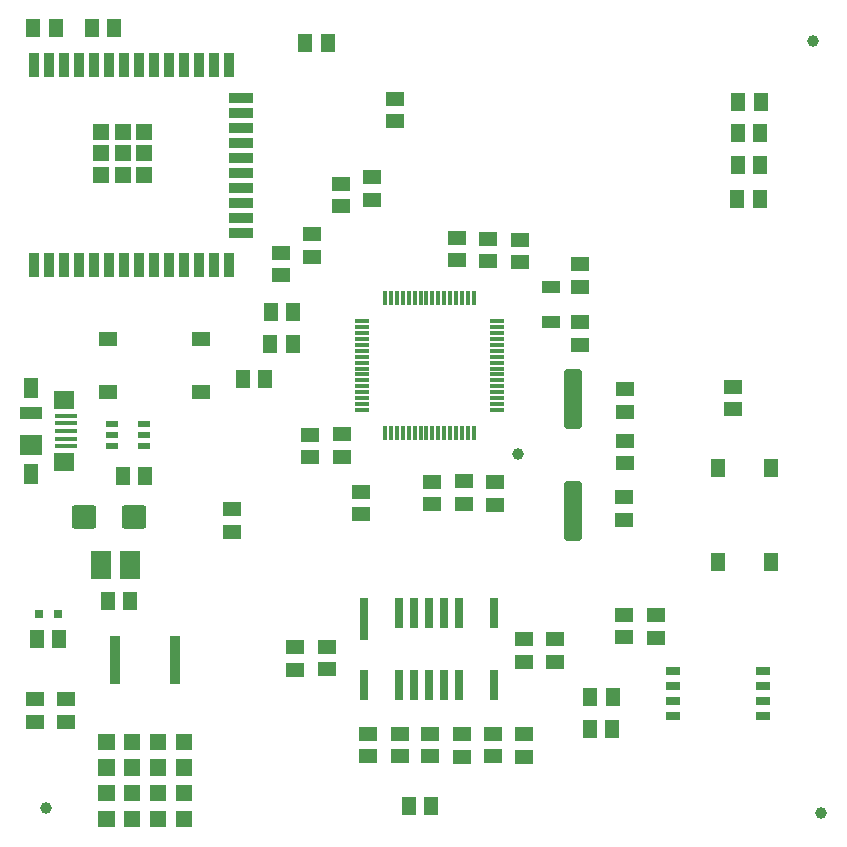
<source format=gbp>
G04*
G04 #@! TF.GenerationSoftware,Altium Limited,Altium Designer,19.1.6 (110)*
G04*
G04 Layer_Color=10964583*
%FSLAX25Y25*%
%MOIN*%
G70*
G01*
G75*
%ADD13R,0.05118X0.05906*%
%ADD14R,0.05906X0.05118*%
%ADD15C,0.03937*%
%ADD44R,0.05000X0.02992*%
%ADD45R,0.03150X0.03150*%
G04:AMPARAMS|DCode=46|XSize=81.1mil|YSize=79.53mil|CornerRadius=9.94mil|HoleSize=0mil|Usage=FLASHONLY|Rotation=0.000|XOffset=0mil|YOffset=0mil|HoleType=Round|Shape=RoundedRectangle|*
%AMROUNDEDRECTD46*
21,1,0.08110,0.05965,0,0,0.0*
21,1,0.06122,0.07953,0,0,0.0*
1,1,0.01988,0.03061,-0.02982*
1,1,0.01988,-0.03061,-0.02982*
1,1,0.01988,-0.03061,0.02982*
1,1,0.01988,0.03061,0.02982*
%
%ADD46ROUNDEDRECTD46*%
%ADD47R,0.07733X0.01772*%
%ADD48R,0.07102X0.06110*%
%ADD49R,0.07480X0.07087*%
%ADD50R,0.07480X0.03937*%
%ADD51R,0.05118X0.06996*%
%ADD52R,0.06844X0.09500*%
%ADD53R,0.03850X0.02200*%
%ADD54R,0.03701X0.16221*%
G04:AMPARAMS|DCode=56|XSize=197.24mil|YSize=59.45mil|CornerRadius=7.43mil|HoleSize=0mil|Usage=FLASHONLY|Rotation=270.000|XOffset=0mil|YOffset=0mil|HoleType=Round|Shape=RoundedRectangle|*
%AMROUNDEDRECTD56*
21,1,0.19724,0.04459,0,0,270.0*
21,1,0.18238,0.05945,0,0,270.0*
1,1,0.01486,-0.02229,-0.09119*
1,1,0.01486,-0.02229,0.09119*
1,1,0.01486,0.02229,0.09119*
1,1,0.01486,0.02229,-0.09119*
%
%ADD56ROUNDEDRECTD56*%
%ADD57R,0.05100X0.06100*%
%ADD58R,0.03150X0.10236*%
%ADD59R,0.03150X0.14173*%
%ADD60R,0.02756X0.10236*%
%ADD61R,0.06300X0.04400*%
%ADD62R,0.01200X0.04700*%
%ADD63R,0.04700X0.01200*%
%ADD64R,0.06100X0.05100*%
%ADD65R,0.05236X0.05236*%
%ADD66R,0.03543X0.07874*%
%ADD67R,0.07874X0.03543*%
G36*
X34803Y5698D02*
Y11091D01*
X29330D01*
Y5698D01*
X34803D01*
D02*
G37*
G36*
Y14241D02*
Y19635D01*
X29330D01*
Y14241D01*
X34803D01*
D02*
G37*
G36*
X43425Y5698D02*
Y11091D01*
X37952D01*
Y5698D01*
X43425D01*
D02*
G37*
G36*
Y14241D02*
Y19635D01*
X37952D01*
Y14241D01*
X43425D01*
D02*
G37*
G36*
X34803Y22784D02*
Y28178D01*
X29330D01*
Y22784D01*
X34803D01*
D02*
G37*
G36*
Y31328D02*
Y36721D01*
X29330D01*
Y31328D01*
X34803D01*
D02*
G37*
G36*
X43425Y22784D02*
Y28178D01*
X37952D01*
Y22784D01*
X43425D01*
D02*
G37*
G36*
Y31328D02*
Y36721D01*
X37952D01*
Y31328D01*
X43425D01*
D02*
G37*
G36*
X52047Y5698D02*
Y11091D01*
X46574D01*
Y5698D01*
X52047D01*
D02*
G37*
G36*
Y14241D02*
Y19635D01*
X46574D01*
Y14241D01*
X52047D01*
D02*
G37*
G36*
X60669Y5698D02*
Y11091D01*
X55196D01*
Y5698D01*
X60669D01*
D02*
G37*
G36*
Y14241D02*
Y19635D01*
X55196D01*
Y14241D01*
X60669D01*
D02*
G37*
G36*
X52047Y22784D02*
Y28178D01*
X46574D01*
Y22784D01*
X52047D01*
D02*
G37*
G36*
Y31328D02*
Y36721D01*
X46574D01*
Y31328D01*
X52047D01*
D02*
G37*
G36*
X60669Y22784D02*
Y28178D01*
X55196D01*
Y22784D01*
X60669D01*
D02*
G37*
G36*
Y31328D02*
Y36721D01*
X55196D01*
Y31328D01*
X60669D01*
D02*
G37*
D13*
X8957Y68307D02*
D03*
X16437D02*
D03*
X200787Y38386D02*
D03*
X193307D02*
D03*
X200886Y48917D02*
D03*
X193405D02*
D03*
X84957Y155020D02*
D03*
X77476D02*
D03*
X94193Y166732D02*
D03*
X86713D02*
D03*
X27264Y271850D02*
D03*
X34744D02*
D03*
X140365Y12643D02*
D03*
X132884D02*
D03*
X249902Y214961D02*
D03*
X242421D02*
D03*
X250098Y226181D02*
D03*
X242618D02*
D03*
X250098Y236811D02*
D03*
X242618D02*
D03*
X250197Y247441D02*
D03*
X242717D02*
D03*
X105909Y267069D02*
D03*
X98428D02*
D03*
X15256Y271850D02*
D03*
X7776D02*
D03*
X94291Y177165D02*
D03*
X86811D02*
D03*
X39961Y80905D02*
D03*
X32480D02*
D03*
X37598Y122638D02*
D03*
X45079D02*
D03*
D14*
X204724Y68898D02*
D03*
Y76378D02*
D03*
X215453Y68799D02*
D03*
Y76279D02*
D03*
X129823Y36781D02*
D03*
Y29301D02*
D03*
X119223Y36781D02*
D03*
Y29301D02*
D03*
X140123Y36681D02*
D03*
Y29201D02*
D03*
X171260Y36614D02*
D03*
Y29134D02*
D03*
X150591D02*
D03*
Y36614D02*
D03*
X116929Y117421D02*
D03*
Y109941D02*
D03*
X99869Y136409D02*
D03*
Y128928D02*
D03*
X159369Y194228D02*
D03*
Y201709D02*
D03*
X151181Y120866D02*
D03*
Y113386D02*
D03*
X110468Y136509D02*
D03*
Y129028D02*
D03*
X149068Y194628D02*
D03*
Y202109D02*
D03*
X161516Y120472D02*
D03*
Y112992D02*
D03*
X140484Y120647D02*
D03*
Y113166D02*
D03*
X190059Y185728D02*
D03*
Y193209D02*
D03*
Y173917D02*
D03*
Y166437D02*
D03*
X169968Y193828D02*
D03*
Y201309D02*
D03*
X181693Y60728D02*
D03*
Y68209D02*
D03*
X105610Y58169D02*
D03*
Y65650D02*
D03*
X95079Y58071D02*
D03*
Y65551D02*
D03*
X171457Y60728D02*
D03*
Y68209D02*
D03*
X100787Y195669D02*
D03*
Y203150D02*
D03*
X90256Y189567D02*
D03*
Y197047D02*
D03*
X128368Y240928D02*
D03*
Y248409D02*
D03*
X120472Y214665D02*
D03*
Y222146D02*
D03*
X110138Y212598D02*
D03*
Y220079D02*
D03*
X18464Y40660D02*
D03*
Y48140D02*
D03*
X240813Y144957D02*
D03*
Y152438D02*
D03*
X74085Y104117D02*
D03*
Y111598D02*
D03*
X204869Y144028D02*
D03*
Y151509D02*
D03*
X204768Y115509D02*
D03*
Y108028D02*
D03*
X204869Y126828D02*
D03*
Y134309D02*
D03*
X8164Y40660D02*
D03*
Y48140D02*
D03*
X160925Y29232D02*
D03*
Y36713D02*
D03*
D15*
X270177Y10335D02*
D03*
X169291Y129921D02*
D03*
X267717Y267717D02*
D03*
X11811Y11811D02*
D03*
D44*
X250925Y52697D02*
D03*
Y47697D02*
D03*
Y42697D02*
D03*
Y57697D02*
D03*
X220925D02*
D03*
Y52697D02*
D03*
Y47697D02*
D03*
Y42697D02*
D03*
D45*
X9744Y76673D02*
D03*
X16043D02*
D03*
D46*
X41339Y108858D02*
D03*
X24606D02*
D03*
D47*
X18659Y132480D02*
D03*
Y135039D02*
D03*
Y137598D02*
D03*
Y140157D02*
D03*
Y142717D02*
D03*
D48*
X18024Y147892D02*
D03*
Y127305D02*
D03*
D49*
X7087Y133071D02*
D03*
D50*
Y143701D02*
D03*
D51*
Y123311D02*
D03*
Y151886D02*
D03*
D52*
X30358Y92815D02*
D03*
X40114D02*
D03*
D53*
X44548Y140059D02*
D03*
Y136319D02*
D03*
Y132579D02*
D03*
X33798D02*
D03*
Y136319D02*
D03*
Y140059D02*
D03*
D54*
X35000Y61367D02*
D03*
X55000D02*
D03*
D56*
X187700Y111027D02*
D03*
Y148428D02*
D03*
D57*
X253543Y125295D02*
D03*
X235827D02*
D03*
Y93996D02*
D03*
X253543D02*
D03*
D58*
X118110Y52953D02*
D03*
X161417Y76968D02*
D03*
Y52953D02*
D03*
D59*
X118110Y75000D02*
D03*
D60*
X129764Y76968D02*
D03*
X134764D02*
D03*
X139764D02*
D03*
X144764D02*
D03*
X149764D02*
D03*
Y52953D02*
D03*
X144764D02*
D03*
X139764D02*
D03*
X134764D02*
D03*
X129764D02*
D03*
D61*
X180413Y185523D02*
D03*
Y174123D02*
D03*
D62*
X154528Y182087D02*
D03*
X152559D02*
D03*
X150591D02*
D03*
X148622D02*
D03*
X146653D02*
D03*
X144685D02*
D03*
X142717D02*
D03*
X140748D02*
D03*
X138779D02*
D03*
X136811D02*
D03*
X134843D02*
D03*
X132874D02*
D03*
X130905D02*
D03*
X128937D02*
D03*
X126969D02*
D03*
X125000D02*
D03*
Y136811D02*
D03*
X126969D02*
D03*
X128937D02*
D03*
X130905D02*
D03*
X132874D02*
D03*
X134843D02*
D03*
X136811D02*
D03*
X138779D02*
D03*
X140748D02*
D03*
X142717D02*
D03*
X144685D02*
D03*
X146653D02*
D03*
X148622D02*
D03*
X150591D02*
D03*
X152559D02*
D03*
X154528D02*
D03*
D63*
X117126Y174213D02*
D03*
Y172244D02*
D03*
Y170276D02*
D03*
Y168307D02*
D03*
Y166339D02*
D03*
Y164370D02*
D03*
Y162402D02*
D03*
Y160433D02*
D03*
Y158465D02*
D03*
Y156496D02*
D03*
Y154527D02*
D03*
Y152559D02*
D03*
Y150591D02*
D03*
Y148622D02*
D03*
Y146653D02*
D03*
Y144685D02*
D03*
X162402D02*
D03*
Y146653D02*
D03*
Y148622D02*
D03*
Y150591D02*
D03*
Y152559D02*
D03*
Y154527D02*
D03*
Y156496D02*
D03*
Y158465D02*
D03*
Y160433D02*
D03*
Y162402D02*
D03*
Y164370D02*
D03*
Y166339D02*
D03*
Y168307D02*
D03*
Y170276D02*
D03*
Y172244D02*
D03*
Y174213D02*
D03*
D64*
X32480Y150492D02*
D03*
Y168209D02*
D03*
X63779D02*
D03*
Y150492D02*
D03*
D65*
X44685Y222992D02*
D03*
Y230217D02*
D03*
Y237441D02*
D03*
X37461Y222992D02*
D03*
Y230217D02*
D03*
Y237441D02*
D03*
X30236Y222992D02*
D03*
Y230217D02*
D03*
Y237441D02*
D03*
D66*
X7933Y192815D02*
D03*
X12933D02*
D03*
X17933D02*
D03*
X22933D02*
D03*
X27933D02*
D03*
X32933D02*
D03*
X37933D02*
D03*
X42933D02*
D03*
X47933D02*
D03*
X52933D02*
D03*
X57933D02*
D03*
X62933D02*
D03*
X67933D02*
D03*
X72933D02*
D03*
Y259744D02*
D03*
X67933D02*
D03*
X62933D02*
D03*
X57933D02*
D03*
X52933D02*
D03*
X47933D02*
D03*
X42933D02*
D03*
X37933D02*
D03*
X32933D02*
D03*
X27933D02*
D03*
X22933D02*
D03*
X17933D02*
D03*
X12933D02*
D03*
X7933D02*
D03*
D67*
X76870Y203780D02*
D03*
Y208780D02*
D03*
Y213779D02*
D03*
Y218779D02*
D03*
Y223780D02*
D03*
Y228780D02*
D03*
Y233780D02*
D03*
Y238779D02*
D03*
Y243779D02*
D03*
Y248780D02*
D03*
M02*

</source>
